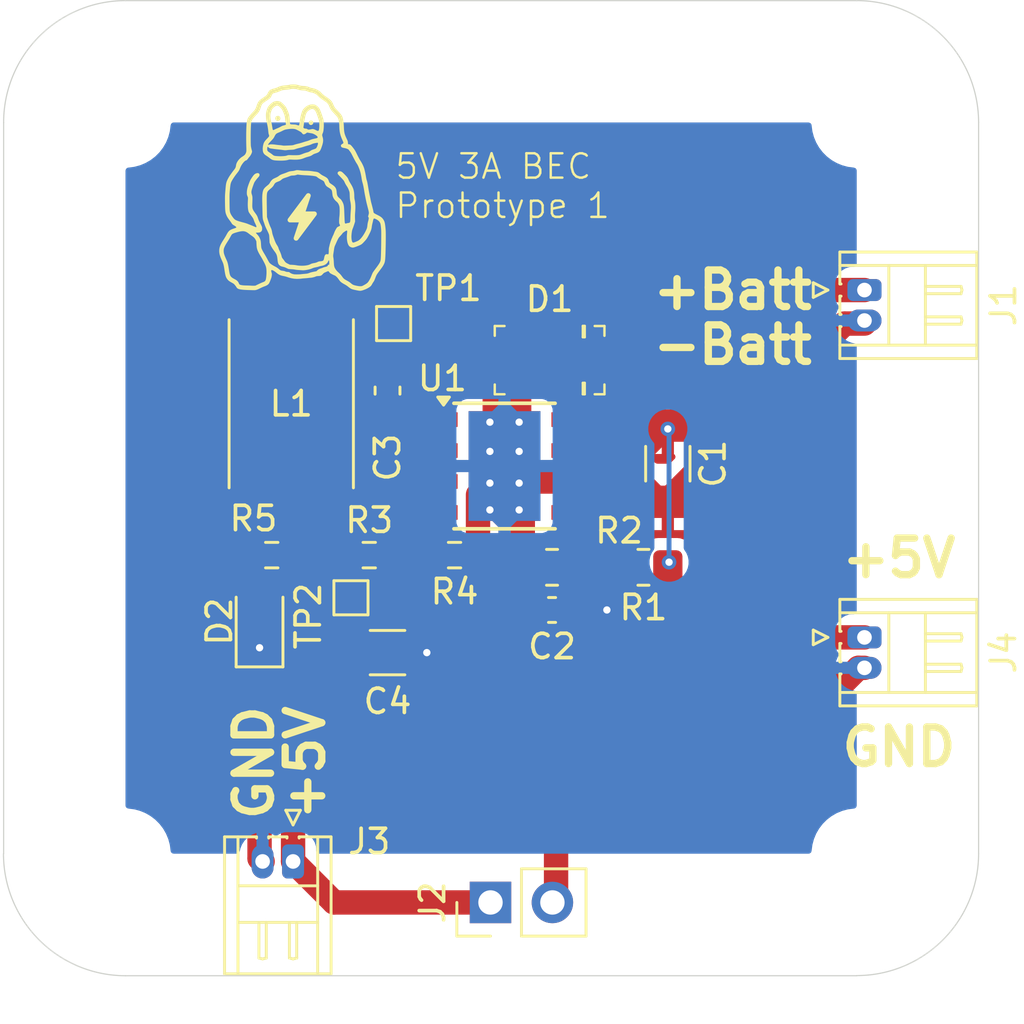
<source format=kicad_pcb>
(kicad_pcb (version 20241229) (generator "pcbnew") (generator_version "9.0")
  (layers (0 "F.Cu" signal) (2 "B.Cu" signal) (13 "F.Paste" user) (15 "B.Paste" user) (5 "F.SilkS" user "F.Silkscreen") (7 "B.SilkS" user "B.Silkscreen") (1 "F.Mask" user) (3 "B.Mask" user) (25 "Edge.Cuts" user))
  (net 0 "")
  (net 1 "BEC_GND")
  (net 2 "BEC_VIN")
  (net 3 "BEC_OUT")
  (net 4 "Net-(U1-EN)")
  (net 5 "Net-(U1-BOOT)")
  (net 6 "Net-(U1-PH)")
  (net 7 "Net-(D2-A)")
  (net 8 "Net-(U1-VSENSE)")
  (footprint "MountingHole:MountingHole_3.2mm_M3" (layer "F.Cu") (at 60 60)
    (property "Reference" "H4" (hide yes))
    (property "Value" "MountingHole")
    (pad "" np_thru_hole circle (at 0 0) (size 3.2 3.2) (drill 3.2) (layers "*.Cu" "*.Mask"))
  )
  (footprint "MountingHole:MountingHole_3.2mm_M3" (layer "F.Cu") (at 60 30)
    (property "Reference" "H2" (hide yes))
    (property "Value" "MountingHole")
    (pad "" np_thru_hole circle (at 0 0) (size 3.2 3.2) (drill 3.2) (layers "*.Cu" "*.Mask"))
  )
  (footprint "Capacitor_SMD:C_1206_3216Metric_Pad1.33x1.80mm_HandSolder" (layer "F.Cu") (at 40.75 51.75)
    (property "Reference" "C4" (at 0 2 0) (layer "F.SilkS"))
    (property "Value" "220uF")
    (pad "1" smd roundrect (at -1.5625 0) (size 1.325 1.8) (layers "F.Cu" "F.Mask" "F.Paste") (roundrect_rratio 0.188679) (net 3 "BEC_OUT"))
    (pad "2" smd roundrect (at 1.5625 0) (size 1.325 1.8) (layers "F.Cu" "F.Mask" "F.Paste") (roundrect_rratio 0.188679) (net 1 "BEC_GND"))
  )
  (footprint "Capacitor_SMD:C_0603_1608Metric_Pad1.08x0.95mm_HandSolder" (layer "F.Cu") (at 40.75 41 90)
    (property "Reference" "C3" (at -2.75 0 90) (layer "F.SilkS"))
    (property "Value" "10nF")
    (pad "1" smd roundrect (at -0.8625 0 90) (size 1.075 0.95) (layers "F.Cu" "F.Mask" "F.Paste") (net 5 "Net-(U1-BOOT)"))
    (pad "2" smd roundrect (at 0.8625 0 90) (size 1.075 0.95) (layers "F.Cu" "F.Mask" "F.Paste") (net 6 "Net-(U1-PH)"))
  )
  (footprint "Connector_Hirose:Hirose_DF13-02P-1.25DS_1x02_P1.25mm_Horizontal" (layer "F.Cu") (at 60.3175 51.125 -90)
    (property "Reference" "J4" (at 0.62 -5.7 90) (layer "F.SilkS"))
    (property "Value" "Flight Controller Power")
    (pad "1" thru_hole roundrect (at 0 0 270) (size 0.9 1.4) (drill 0.6) (layers "*.Cu" "*.Mask") (net 3 "BEC_OUT"))
    (pad "2" thru_hole oval (at 1.25 0 270) (size 0.9 1.4) (drill 0.6) (layers "*.Cu" "*.Mask") (net 1 "BEC_GND"))
  )
  (footprint "Resistor_SMD:R_0805_2012Metric_Pad1.20x1.40mm_HandSolder" (layer "F.Cu") (at 47.5 48.25 180)
    (property "Reference" "R2" (at -2.75 1.5 0) (layer "F.SilkS"))
    (property "Value" "18k")
    (pad "1" smd roundrect (at -1 0 180) (size 1.2 1.4) (layers "F.Cu" "F.Mask" "F.Paste") (roundrect_rratio 0.208333) (net 4 "Net-(U1-EN)"))
    (pad "2" smd roundrect (at 1 0 180) (size 1.2 1.4) (layers "F.Cu" "F.Mask" "F.Paste") (roundrect_rratio 0.208333) (net 1 "BEC_GND"))
  )
  (footprint "Connector_Hirose:Hirose_DF13-02P-1.25DS_1x02_P1.25mm_Horizontal" (layer "F.Cu") (at 36.875 60.3175 180)
    (property "Reference" "J3" (at -3.125 0.8175 0) (layer "F.SilkS"))
    (property "Value" "ESC Logic Power")
    (pad "1" thru_hole roundrect (at 0 0 180) (size 0.9 1.4) (drill 0.6) (layers "*.Cu" "*.Mask") (net 3 "BEC_OUT"))
    (pad "2" thru_hole oval (at 1.25 0 180) (size 0.9 1.4) (drill 0.6) (layers "*.Cu" "*.Mask") (net 1 "BEC_GND"))
  )
  (footprint "Inductor_SMD:L_Taiyo-Yuden_NR-50xx_HandSoldering" (layer "F.Cu") (at 36.8 41.54 -90)
    (property "Reference" "L1" (at 0 0 180) (layer "F.SilkS"))
    (property "Value" "18uH")
    (pad "1" smd rect (at -2.25 0 270) (size 2.4 4.2) (layers "F.Cu" "F.Mask" "F.Paste") (net 6 "Net-(U1-PH)"))
    (pad "2" smd rect (at 2.25 0 270) (size 2.4 4.2) (layers "F.Cu" "F.Mask" "F.Paste") (net 3 "BEC_OUT"))
  )
  (footprint "LED_SMD:LED_0805_2012Metric_Pad1.15x1.40mm_HandSolder" (layer "F.Cu") (at 35.5 50.475 90)
    (property "Reference" "D2" (at 0 -1.65 90) (layer "F.SilkS"))
    (property "Value" "5V LED")
    (pad "1" smd roundrect (at -1.025 0 90) (size 1.15 1.4) (layers "F.Cu" "F.Mask" "F.Paste") (roundrect_rratio 0.217391) (net 1 "BEC_GND"))
    (pad "2" smd roundrect (at 1.025 0 90) (size 1.15 1.4) (layers "F.Cu" "F.Mask" "F.Paste") (roundrect_rratio 0.217391) (net 7 "Net-(D2-A)"))
  )
  (footprint "Resistor_SMD:R_0603_1608Metric_Pad0.98x0.95mm_HandSolder" (layer "F.Cu") (at 43.5 47.75)
    (property "Reference" "R4" (at 0 1.5 0) (layer "F.SilkS"))
    (property "Value" "3.24k")
    (pad "1" smd roundrect (at -0.9125 0) (size 0.975 0.95) (layers "F.Cu" "F.Mask" "F.Paste") (net 8 "Net-(U1-VSENSE)"))
    (pad "2" smd roundrect (at 0.9125 0) (size 0.975 0.95) (layers "F.Cu" "F.Mask" "F.Paste") (net 1 "BEC_GND"))
  )
  (footprint "Connector_PinHeader_2.54mm:PinHeader_1x02_P2.54mm_Vertical" (layer "F.Cu") (at 44.975 62 90)
    (property "Reference" "J2" (at 0 -2.38 90) (layer "F.SilkS"))
    (property "Value" "Extra Header")
    (pad "1" thru_hole rect (at 0 0 90) (size 1.7 1.7) (drill 1) (layers "*.Cu" "*.Mask") (net 3 "BEC_OUT"))
    (pad "2" thru_hole circle (at 0 2.54 90) (size 1.7 1.7) (drill 1) (layers "*.Cu" "*.Mask") (net 1 "BEC_GND"))
  )
  (footprint "TestPoint:TestPoint_Pad_1.0x1.0mm" (layer "F.Cu") (at 41 38.25)
    (property "Reference" "TP1" (at 2.25 -1.448 0) (layer "F.SilkS"))
    (property "Value" "Per datasheet")
    (pad "1" smd rect (at 0 0) (size 1 1) (layers "F.Cu" "F.Mask") (net 6 "Net-(U1-PH)"))
  )
  (footprint "MountingHole:MountingHole_3.2mm_M3" (layer "F.Cu") (at 30 60)
    (property "Reference" "H3" (hide yes))
    (property "Value" "MountingHole")
    (pad "" np_thru_hole circle (at 0 0) (size 3.2 3.2) (drill 3.2) (layers "*.Cu" "*.Mask"))
  )
  (footprint "digikey-footprints:DO-214AC" (layer "F.Cu") (at 47.4 39.75 180)
    (property "Reference" "D1" (at 0 2.5 0) (layer "F.SilkS"))
    (property "Value" "B340A")
    (pad "A" smd rect (at 2 0 180) (size 2.5 1.7) (layers "F.Cu" "F.Mask" "F.Paste") (net 1 "BEC_GND"))
    (pad "K" smd rect (at -2 0 180) (size 2.5 1.7) (layers "F.Cu" "F.Mask" "F.Paste") (net 6 "Net-(U1-PH)"))
  )
  (footprint "TestPoint:TestPoint_Pad_1.0x1.0mm" (layer "F.Cu") (at 39.25 49.5 180)
    (property "Reference" "TP2" (at 1.75 -0.75 90) (layer "F.SilkS"))
    (property "Value" "+5V")
    (pad "1" smd rect (at 0 0 180) (size 1 1) (layers "F.Cu" "F.Mask") (net 3 "BEC_OUT"))
  )
  (footprint "Resistor_SMD:R_0603_1608Metric_Pad0.98x0.95mm_HandSolder" (layer "F.Cu") (at 40 47.75)
    (property "Reference" "R3" (at 0 -1.43 0) (layer "F.SilkS"))
    (property "Value" "10k")
    (pad "1" smd roundrect (at -0.9125 0) (size 0.975 0.95) (layers "F.Cu" "F.Mask" "F.Paste") (net 3 "BEC_OUT"))
    (pad "2" smd roundrect (at 0.9125 0) (size 0.975 0.95) (layers "F.Cu" "F.Mask" "F.Paste") (net 8 "Net-(U1-VSENSE)"))
  )
  (footprint "MountingHole:MountingHole_3.2mm_M3" (layer "F.Cu") (at 30 30)
    (property "Reference" "H1" (hide yes))
    (property "Value" "MountingHole")
    (pad "" np_thru_hole circle (at 0 0) (size 3.2 3.2) (drill 3.2) (layers "*.Cu" "*.Mask"))
  )
  (footprint "Package_SO:TI_SO-PowerPAD-8_ThermalVias" (layer "F.Cu") (at 45.55 44.095)
    (property "Reference" "U1" (at -2.55 -3.595 0) (layer "F.SilkS"))
    (property "Value" "TPS5430DDA")
    (pad "1" smd rect (at -2.7 -1.905) (size 1.55 0.6) (layers "F.Cu" "F.Mask" "F.Paste") (net 5 "Net-(U1-BOOT)"))
    (pad "2" smd rect (at -2.7 -0.635) (size 1.55 0.6) (layers "F.Cu" "F.Mask" "F.Paste"))
    (pad "3" smd rect (at -2.7 0.635) (size 1.55 0.6) (layers "F.Cu" "F.Mask" "F.Paste"))
    (pad "4" smd rect (at -2.7 1.905) (size 1.55 0.6) (layers "F.Cu" "F.Mask" "F.Paste") (net 8 "Net-(U1-VSENSE)"))
    (pad "5" smd rect (at 2.7 1.905) (size 1.55 0.6) (layers "F.Cu" "F.Mask" "F.Paste") (net 4 "Net-(U1-EN)"))
    (pad "6" smd rect (at 2.7 0.635) (size 1.55 0.6) (layers "F.Cu" "F.Mask" "F.Paste") (net 1 "BEC_GND"))
    (pad "7" smd rect (at 2.7 -0.635) (size 1.55 0.6) (layers "F.Cu" "F.Mask" "F.Paste") (net 2 "BEC_VIN"))
    (pad "8" smd rect (at 2.7 -1.905) (size 1.55 0.6) (layers "F.Cu" "F.Mask" "F.Paste") (net 6 "Net-(U1-PH)"))
    (pad "9" thru_hole circle (at -0.6 -1.8) (size 0.6 0.6) (drill 0.3) (layers "*.Cu") (net 1 "BEC_GND"))
    (pad "9" thru_hole circle (at -0.6 -0.6) (size 0.6 0.6) (drill 0.3) (layers "*.Cu") (net 1 "BEC_GND"))
    (pad "9" thru_hole circle (at -0.6 0.7) (size 0.6 0.6) (drill 0.3) (layers "*.Cu") (net 1 "BEC_GND"))
    (pad "9" thru_hole circle (at -0.6 1.8) (size 0.6 0.6) (drill 0.3) (layers "*.Cu") (net 1 "BEC_GND"))
    (pad "9" smd rect (at 0 0) (size 2.6 3.1) (layers "F.Cu" "F.Mask" "F.Paste") (net 1 "BEC_GND"))
    (pad "9" smd rect (at 0 0) (size 2.95 4.5) (layers "F.Cu") (net 1 "BEC_GND"))
    (pad "9" smd rect (at 0 0) (size 2.95 4.5) (layers "B.Cu") (net 1 "BEC_GND"))
    (pad "9" thru_hole circle (at 0.6 -1.8) (size 0.6 0.6) (drill 0.3) (layers "*.Cu") (net 1 "BEC_GND"))
    (pad "9" thru_hole circle (at 0.6 -0.6) (size 0.6 0.6) (drill 0.3) (layers "*.Cu") (net 1 "BEC_GND"))
    (pad "9" thru_hole circle (at 0.6 0.7) (size 0.6 0.6) (drill 0.3) (layers "*.Cu") (net 1 "BEC_GND"))
    (pad "9" thru_hole circle (at 0.6 1.8) (size 0.6 0.6) (drill 0.3) (layers "*.Cu") (net 1 "BEC_GND"))
  )
  (footprint "Capacitor_SMD:C_0603_1608Metric_Pad1.08x0.95mm_HandSolder" (layer "F.Cu") (at 47.5 50)
    (property "Reference" "C2" (at 0 1.5 0) (layer "F.SilkS"))
    (property "Value" "10nF")
    (pad "1" smd roundrect (at -0.8625 0) (size 1.075 0.95) (layers "F.Cu" "F.Mask" "F.Paste") (net 4 "Net-(U1-EN)"))
    (pad "2" smd roundrect (at 0.8625 0) (size 1.075 0.95) (layers "F.Cu" "F.Mask" "F.Paste") (net 1 "BEC_GND"))
  )
  (footprint "Resistor_SMD:R_0805_2012Metric_Pad1.20x1.40mm_HandSolder" (layer "F.Cu") (at 51.25 48.25 180)
    (property "Reference" "R1" (at 0 -1.65 0) (layer "F.SilkS"))
    (property "Value" "100k")
    (pad "1" smd roundrect (at -1 0 180) (size 1.2 1.4) (layers "F.Cu" "F.Mask" "F.Paste") (roundrect_rratio 0.208333) (net 2 "BEC_VIN"))
    (pad "2" smd roundrect (at 1 0 180) (size 1.2 1.4) (layers "F.Cu" "F.Mask" "F.Paste") (roundrect_rratio 0.208333) (net 4 "Net-(U1-EN)"))
  )
  (footprint "Resistor_SMD:R_0603_1608Metric_Pad0.98x0.95mm_HandSolder" (layer "F.Cu") (at 36 47.75 180)
    (property "Reference" "R5" (at 0.75 1.5 0) (layer "F.SilkS"))
    (property "Value" "10K")
    (pad "1" smd roundrect (at -0.9125 0 180) (size 0.975 0.95) (layers "F.Cu" "F.Mask" "F.Paste") (net 3 "BEC_OUT"))
    (pad "2" smd roundrect (at 0.9125 0 180) (size 0.975 0.95) (layers "F.Cu" "F.Mask" "F.Paste") (net 7 "Net-(D2-A)"))
  )
  (footprint "customimages:linuxpenguin" (layer "F.Cu") (at 37 33)
    (property "Reference" "G***" (hide yes))
    (property "Value" "LOGO" (hide yes))
  )
  (footprint "Capacitor_SMD:C_1206_3216Metric_Pad1.33x1.80mm_HandSolder" (layer "F.Cu") (at 52.25 44 -90)
    (property "Reference" "C1" (at 0 -1.85 90) (layer "F.SilkS"))
    (property "Value" "10uF")
    (pad "1" smd roundrect (at -1.5625 0 270) (size 1.325 1.8) (layers "F.Cu" "F.Mask" "F.Paste") (roundrect_rratio 0.188679) (net 2 "BEC_VIN"))
    (pad "2" smd roundrect (at 1.5625 0 270) (size 1.325 1.8) (layers "F.Cu" "F.Mask" "F.Paste") (roundrect_rratio 0.188679) (net 1 "BEC_GND"))
  )
  (footprint "Connector_Hirose:Hirose_DF13-02P-1.25DS_1x02_P1.25mm_Horizontal" (layer "F.Cu") (at 60.3175 36.875 -90)
    (property "Reference" "J1" (at 0.62 -5.7 90) (layer "F.SilkS"))
    (property "Value" "From Battery")
    (pad "1" thru_hole roundrect (at 0 0 270) (size 0.9 1.4) (drill 0.6) (layers "*.Cu" "*.Mask") (net 2 "BEC_VIN"))
    (pad "2" thru_hole oval (at 1.25 0 270) (size 0.9 1.4) (drill 0.6) (layers "*.Cu" "*.Mask") (net 1 "BEC_GND"))
  )
  (gr_poly (pts (xy 37.5 33) (xy 36.75 34) (xy 37.25 34) (xy 37 34.75) (xy 37.75 33.75) (xy 37.5 33.75) (xy 37.25 33.75)) (stroke (width 0.2)) (fill yes) (layer "F.SilkS"))
  (gr_arc (start 25 30) (mid 26.464466 26.464466) (end 30 25) (stroke (width 0.05)) (layer "Edge.Cuts"))
  (gr_line (start 60 25) (end 30 25) (stroke (width 0.05)) (layer "Edge.Cuts"))
  (gr_line (start 25 30) (end 25 60) (stroke (width 0.05)) (layer "Edge.Cuts"))
  (gr_line (start 65 60) (end 65 30) (stroke (width 0.05)) (layer "Edge.Cuts"))
  (gr_line (start 30 65.006246) (end 60 65.006246) (stroke (width 0.05)) (layer "Edge.Cuts"))
  (gr_arc (start 65 60) (mid 63.535534 63.535534) (end 60 65) (stroke (width 0.05)) (layer "Edge.Cuts"))
  (gr_arc (start 60 25) (mid 63.535534 26.464466) (end 65 30) (stroke (width 0.05)) (layer "Edge.Cuts"))
  (gr_arc (start 30 65.006246) (mid 26.46005 63.53995) (end 24.993754 60) (stroke (width 0.05)) (layer "Edge.Cuts"))
  (gr_text "+5V" (at 59.25 48.75 0) (layer "F.SilkS") (effects (font (size 1.5 1.5) (thickness 0.3) (bold yes)) (justify left bottom)))
  (gr_text "+Batt" (at 51.5 37.75 0) (layer "F.SilkS") (effects (font (size 1.5 1.5) (thickness 0.3) (bold yes)) (justify left bottom)))
  (gr_text "5V 3A BEC\nPrototype 1" (at 41 34 0) (layer "F.SilkS") (effects (font (size 1 1) (thickness 0.1)) (justify left bottom)))
  (gr_text "+5V" (at 38.25 58.75 90) (layer "F.SilkS") (effects (font (size 1.5 1.5) (thickness 0.3) (bold yes)) (justify left bottom)))
  (gr_text "-Batt" (at 51.5 40 0) (layer "F.SilkS") (effects (font (size 1.5 1.5) (thickness 0.3) (bold yes)) (justify left bottom)))
  (gr_text "GND" (at 36.15 58.75 90) (layer "F.SilkS") (effects (font (size 1.5 1.5) (thickness 0.3) (bold yes)) (justify left bottom)))
  (gr_text "GND" (at 59.25 56.5 0) (layer "F.SilkS") (effects (font (size 1.5 1.5) (thickness 0.3) (bold yes)) (justify left bottom)))
  (segment (start 44.4625 45.2725) (end 45.6 44.135) (width 0.2) (layer "F.Cu") (net 1))
  (segment (start 45.65 39.79) (end 45.65 44.085) (width 2) (layer "F.Cu") (net 1))
  (segment (start 48.25 44.73) (end 46.405 44.73) (width 1) (layer "F.Cu") (net 1))
  (segment (start 48.25 44.73) (end 51.0825 44.73) (width 1) (layer "F.Cu") (net 1))
  (segment (start 45.65 44.085) (end 45.6 44.135) (width 0.2) (layer "F.Cu") (net 1))
  (segment (start 47.65 53.25) (end 43.8625 53.25) (width 1) (layer "F.Cu") (net 1))
  (segment (start 46.3 48.05) (end 46.5 48.25) (width 1) (layer "F.Cu") (net 1))
  (segment (start 59.4975 38.25) (end 52.05 45.6975) (width 1) (layer "F.Cu") (net 1))
  (segment (start 46.405 44.73) (end 46.3 44.835) (width 1) (layer "F.Cu") (net 1))
  (segment (start 60.0675 52.375) (end 59.1925 53.25) (width 1) (layer "F.Cu") (net 1))
  (segment (start 60.3175 52.375) (end 60.0675 52.375) (width 1) (layer "F.Cu") (net 1))
  (segment (start 47.665 53.265) (end 47.65 53.25) (width 0.2) (layer "F.Cu") (net 1))
  (segment (start 35.5 60.1925) (end 35.5 51.55) (width 1) (layer "F.Cu") (net 1))
  (segment (start 59.1925 53.25) (end 47.65 53.25) (width 1) (layer "F.Cu") (net 1))
  (segment (start 49.75 50) (end 48.3625 50) (width 1) (layer "F.Cu") (net 1))
  (segment (start 43.8625 53.25) (end 42.3625 51.75) (width 1) (layer "F.Cu") (net 1))
  (segment (start 47.665 62) (end 47.665 53.265) (width 1) (layer "F.Cu") (net 1))
  (segment (start 52.05 45.6975) (end 51.0825 44.73) (width 1) (layer "F.Cu") (net 1))
  (segment (start 44.7125 48.04) (end 44.4625 47.79) (width 0.2) (layer "F.Cu") (net 1))
  (segment (start 46.3 44.835) (end 45.6 44.135) (width 0.2) (layer "F.Cu") (net 1))
  (segment (start 35.625 60.3175) (end 35.5 60.1925) (width 1) (layer "F.Cu") (net 1))
  (segment (start 44.4625 47.79) (end 44.4625 45.2725) (width 1) (layer "F.Cu") (net 1))
  (segment (start 46.3 44.835) (end 46.3 48.05) (width 1) (layer "F.Cu") (net 1))
  (segment (start 46.215 44.73) (end 46.15 44.795) (width 1) (layer "F.Cu") (net 1))
  (segment (start 60.3175 38.25) (end 59.4975 38.25) (width 1) (layer "F.Cu") (net 1))
  (via (at 35.5 51.55) (size 0.6) (drill 0.3) (layers "F.Cu" "B.Cu") (net 1))
  (via (at 49.75 50) (size 0.6) (drill 0.3) (layers "F.Cu" "B.Cu") (net 1))
  (via (at 42.3625 51.75) (size 0.6) (drill 0.3) (layers "F.Cu" "B.Cu") (net 1))
  (segment (start 58.375 36.875) (end 60.3175 36.875) (width 1) (layer "F.Cu") (net 2))
  (segment (start 52.05 42.5725) (end 52.25 42.5725) (width 1) (layer "F.Cu") (net 2))
  (segment (start 57.8225 37) (end 58.25 37) (width 1) (layer "F.Cu") (net 2))
  (segment (start 52.25 42.5725) (end 57.8225 37) (width 1) (layer "F.Cu") (net 2))
  (segment (start 48.3 43.5) (end 51.1225 43.5) (width 1) (layer "F.Cu") (net 2))
  (segment (start 58.25 37) (end 58.375 36.875) (width 1) (layer "F.Cu") (net 2))
  (segment (start 51.1225 43.5) (end 52.05 42.5725) (width 1) (layer "F.Cu") (net 2))
  (via (at 52.3 48.04) (size 0.6) (drill 0.3) (layers "F.Cu" "B.Cu") (net 2))
  (via (at 52.25 42.5725) (size 0.6) (drill 0.3) (layers "F.Cu" "B.Cu") (net 2))
  (segment (start 52.3 42.6225) (end 52.25 42.5725) (width 0.2) (layer "B.Cu") (net 2))
  (segment (start 52.3 48.04) (end 52.3 42.6225) (width 0.2) (layer "B.Cu") (net 2))
  (segment (start 58.25 51.5) (end 45.75 51.5) (width 1) (layer "F.Cu") (net 3))
  (segment (start 60.3175 51.125) (end 58.625 51.125) (width 1) (layer "F.Cu") (net 3))
  (segment (start 39.2375 51.75) (end 39.2375 49.5125) (width 1) (layer "F.Cu") (net 3))
  (segment (start 45.75 51.5) (end 44.25 50) (width 1) (layer "F.Cu") (net 3))
  (segment (start 41 50) (end 40.451 50.549) (width 1) (layer "F.Cu") (net 3))
  (segment (start 39.2375 51.75) (end 37.3625 53.625) (width 1) (layer "F.Cu") (net 3))
  (segment (start 44.25 50) (end 41 50) (width 1) (layer "F.Cu") (net 3))
  (segment (start 38.5575 62) (end 36.875 60.3175) (width 1) (layer "F.Cu") (net 3))
  (segment (start 39.1325 47.785) (end 39.1375 47.79) (width 2) (layer "F.Cu") (net 3))
  (segment (start 36.9625 47.785) (end 36.9625 43.9525) (width 2) (layer "F.Cu") (net 3))
  (segment (start 40.451 50.549) (end 40.4385 50.549) (width 1) (layer "F.Cu") (net 3))
  (segment (start 37.3625 53.6375) (end 36.875 54.125) (width 1) (layer "F.Cu") (net 3))
  (segment (start 58.625 51.125) (end 58.25 51.5) (width 1) (layer "F.Cu") (net 3))
  (segment (start 36.9625 47.785) (end 39.1325 47.785) (width 2) (layer "F.Cu") (net 3))
  (segment (start 36.875 54.125) (end 36.875 60.3175) (width 1) (layer "F.Cu") (net 3))
  (segment (start 39.1375 47.79) (end 39.1375 49.3875) (width 2) (layer "F.Cu") (net 3))
  (segment (start 40.4385 50.549) (end 39.2375 51.75) (width 1) (layer "F.Cu") (net 3))
  (segment (start 45.125 62) (end 38.5575 62) (width 1) (layer "F.Cu") (net 3))
  (segment (start 39.2375 49.5125) (end 39.25 49.5) (width 1) (layer "F.Cu") (net 3))
  (segment (start 37.3625 53.625) (end 37.3625 53.6375) (width 1) (layer "F.Cu") (net 3))
  (segment (start 36.9625 43.9525) (end 36.8 43.79) (width 0.2) (layer "F.Cu") (net 3))
  (segment (start 46.4375 50.04) (end 46.4375 49.9025) (width 0.2) (layer "F.Cu") (net 4))
  (segment (start 48.3 48.04) (end 48.3 46.04) (width 0.5) (layer "F.Cu") (net 4))
  (segment (start 46.8475 49.9025) (end 48.3 48.45) (width 0.5) (layer "F.Cu") (net 4))
  (segment (start 50.3 48.04) (end 48.3 48.04) (width 0.5) (layer "F.Cu") (net 4))
  (segment (start 42.5725 41.9025) (end 42.9 42.23) (width 1) (layer "F.Cu") (net 5))
  (segment (start 40.8 41.9025) (end 42.5725 41.9025) (width 1) (layer "F.Cu") (net 5))
  (segment (start 48.3 41.14) (end 49.65 39.79) (width 1) (layer "F.Cu") (net 6))
  (segment (start 48.3 42.23) (end 48.3 41.14) (width 1) (layer "F.Cu") (net 6))
  (segment (start 35.565 48.2125) (end 35.1375 47.785) (width 0.2) (layer "F.Cu") (net 7))
  (segment (start 35.565 49.285) (end 35.565 48.2125) (width 0.2) (layer "F.Cu") (net 7))
  (segment (start 42.6375 46.3025) (end 42.9 46.04) (width 0.2) (layer "F.Cu") (net 8))
  (segment (start 40.9625 47.79) (end 42.6375 47.79) (width 0.8) (layer "F.Cu") (net 8))
  (segment (start 42.6375 47.79) (end 42.6375 46.3025) (width 0.8) (layer "F.Cu") (net 8))
  (zone (net 6) (net_name "Net-(U1-PH)") (layer "F.Cu") (priority 6) (connect_pads (clearance 0.5)) (min_thickness 0.25) (fill yes (thermal_gap 0.5) (thermal_bridge_width 0.5))
    (polygon (pts (xy 34.4 37.75) (xy 51.15 37.75) (xy 51.15 41.25) (xy 49.4 41.25) (xy 49.4 43) (xy 47.4 43) (xy 47.4 38.25) (xy 42.15 38.25) (xy 42.15 41) (xy 41.9 41.25) (xy 34.4 41.25)))
  )
  (zone (net 2) (net_name "BEC_VIN") (layer "F.Cu") (priority 5) (connect_pads (clearance 0.5)) (min_thickness 0.25) (fill yes (thermal_gap 0.5) (thermal_bridge_width 0.5))
    (polygon (pts (xy 47.4 43) (xy 47.4 44) (xy 53.15 44) (xy 53.15 41.75) (xy 49.4 41.75) (xy 49.4 43)))
  )
  (zone (net 1) (net_name "BEC_GND") (layer "F.Cu") (priority 4) (connect_pads (clearance 0.5)) (min_thickness 0.25) (fill yes (thermal_gap 0.5) (thermal_bridge_width 0.5))
    (polygon (pts (xy 43.9 38.25) (xy 47.15 38.25) (xy 47.15 46.75) (xy 49.4 46.75) (xy 49.4 45.25) (xy 47.4 45.25) (xy 47.4 44.25) (xy 47.515 44.135) (xy 54.15 44.135) (xy 54.15 52.75) (xy 41.4 52.75) (xy 41.4 48.5) (xy 43.9 48.5)))
  )
  (zone (net 3) (net_name "BEC_OUT") (layer "F.Cu") (priority 3) (connect_pads (clearance 0.5)) (min_thickness 0.25) (fill yes (thermal_gap 0.5) (thermal_bridge_width 0.5))
    (polygon (pts (xy 34.15 42.25) (xy 38.9 42.25) (xy 40.15 43.5) (xy 40.15 53) (xy 34.15 53)))
  )
  (zone (net 1) (net_name "BEC_GND") (layer "B.Cu") (priority 7) (connect_pads (clearance 0.5)) (min_thickness 0.25) (fill yes (thermal_gap 0.5) (thermal_bridge_width 0.5))
    (polygon (pts (xy 30 30) (xy 60 30) (xy 60 60) (xy 30 60)))
  )
)
</source>
